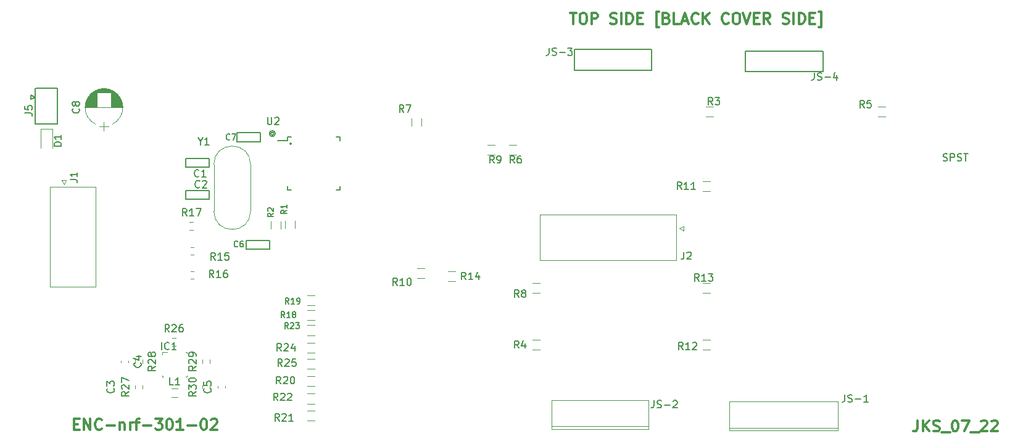
<source format=gbr>
%TF.GenerationSoftware,KiCad,Pcbnew,(5.1.10)-1*%
%TF.CreationDate,2022-09-03T16:46:32+05:30*%
%TF.ProjectId,ENC-nrf-301-02-REV05,454e432d-6e72-4662-9d33-30312d30322d,rev?*%
%TF.SameCoordinates,Original*%
%TF.FileFunction,Legend,Top*%
%TF.FilePolarity,Positive*%
%FSLAX46Y46*%
G04 Gerber Fmt 4.6, Leading zero omitted, Abs format (unit mm)*
G04 Created by KiCad (PCBNEW (5.1.10)-1) date 2022-09-03 16:46:32*
%MOMM*%
%LPD*%
G01*
G04 APERTURE LIST*
%ADD10C,0.200000*%
%ADD11C,0.300000*%
%ADD12C,0.120000*%
%ADD13C,0.150000*%
G04 APERTURE END LIST*
D10*
X128200000Y-86000000D02*
G75*
G03*
X128200000Y-86000000I-200000J0D01*
G01*
X128400000Y-86000000D02*
G75*
G03*
X128400000Y-86000000I-400000J0D01*
G01*
D11*
X100814285Y-125892857D02*
X101314285Y-125892857D01*
X101528571Y-126678571D02*
X100814285Y-126678571D01*
X100814285Y-125178571D01*
X101528571Y-125178571D01*
X102171428Y-126678571D02*
X102171428Y-125178571D01*
X103028571Y-126678571D01*
X103028571Y-125178571D01*
X104600000Y-126535714D02*
X104528571Y-126607142D01*
X104314285Y-126678571D01*
X104171428Y-126678571D01*
X103957142Y-126607142D01*
X103814285Y-126464285D01*
X103742857Y-126321428D01*
X103671428Y-126035714D01*
X103671428Y-125821428D01*
X103742857Y-125535714D01*
X103814285Y-125392857D01*
X103957142Y-125250000D01*
X104171428Y-125178571D01*
X104314285Y-125178571D01*
X104528571Y-125250000D01*
X104600000Y-125321428D01*
X105242857Y-126107142D02*
X106385714Y-126107142D01*
X107100000Y-125678571D02*
X107100000Y-126678571D01*
X107100000Y-125821428D02*
X107171428Y-125750000D01*
X107314285Y-125678571D01*
X107528571Y-125678571D01*
X107671428Y-125750000D01*
X107742857Y-125892857D01*
X107742857Y-126678571D01*
X108457142Y-126678571D02*
X108457142Y-125678571D01*
X108457142Y-125964285D02*
X108528571Y-125821428D01*
X108600000Y-125750000D01*
X108742857Y-125678571D01*
X108885714Y-125678571D01*
X109171428Y-125678571D02*
X109742857Y-125678571D01*
X109385714Y-126678571D02*
X109385714Y-125392857D01*
X109457142Y-125250000D01*
X109600000Y-125178571D01*
X109742857Y-125178571D01*
X110242857Y-126107142D02*
X111385714Y-126107142D01*
X111957142Y-125178571D02*
X112885714Y-125178571D01*
X112385714Y-125750000D01*
X112600000Y-125750000D01*
X112742857Y-125821428D01*
X112814285Y-125892857D01*
X112885714Y-126035714D01*
X112885714Y-126392857D01*
X112814285Y-126535714D01*
X112742857Y-126607142D01*
X112600000Y-126678571D01*
X112171428Y-126678571D01*
X112028571Y-126607142D01*
X111957142Y-126535714D01*
X113814285Y-125178571D02*
X113957142Y-125178571D01*
X114100000Y-125250000D01*
X114171428Y-125321428D01*
X114242857Y-125464285D01*
X114314285Y-125750000D01*
X114314285Y-126107142D01*
X114242857Y-126392857D01*
X114171428Y-126535714D01*
X114100000Y-126607142D01*
X113957142Y-126678571D01*
X113814285Y-126678571D01*
X113671428Y-126607142D01*
X113600000Y-126535714D01*
X113528571Y-126392857D01*
X113457142Y-126107142D01*
X113457142Y-125750000D01*
X113528571Y-125464285D01*
X113600000Y-125321428D01*
X113671428Y-125250000D01*
X113814285Y-125178571D01*
X115742857Y-126678571D02*
X114885714Y-126678571D01*
X115314285Y-126678571D02*
X115314285Y-125178571D01*
X115171428Y-125392857D01*
X115028571Y-125535714D01*
X114885714Y-125607142D01*
X116385714Y-126107142D02*
X117528571Y-126107142D01*
X118528571Y-125178571D02*
X118671428Y-125178571D01*
X118814285Y-125250000D01*
X118885714Y-125321428D01*
X118957142Y-125464285D01*
X119028571Y-125750000D01*
X119028571Y-126107142D01*
X118957142Y-126392857D01*
X118885714Y-126535714D01*
X118814285Y-126607142D01*
X118671428Y-126678571D01*
X118528571Y-126678571D01*
X118385714Y-126607142D01*
X118314285Y-126535714D01*
X118242857Y-126392857D01*
X118171428Y-126107142D01*
X118171428Y-125750000D01*
X118242857Y-125464285D01*
X118314285Y-125321428D01*
X118385714Y-125250000D01*
X118528571Y-125178571D01*
X119600000Y-125321428D02*
X119671428Y-125250000D01*
X119814285Y-125178571D01*
X120171428Y-125178571D01*
X120314285Y-125250000D01*
X120385714Y-125321428D01*
X120457142Y-125464285D01*
X120457142Y-125607142D01*
X120385714Y-125821428D01*
X119528571Y-126678571D01*
X120457142Y-126678571D01*
X216550000Y-125378571D02*
X216550000Y-126450000D01*
X216478571Y-126664285D01*
X216335714Y-126807142D01*
X216121428Y-126878571D01*
X215978571Y-126878571D01*
X217264285Y-126878571D02*
X217264285Y-125378571D01*
X218121428Y-126878571D02*
X217478571Y-126021428D01*
X218121428Y-125378571D02*
X217264285Y-126235714D01*
X218692857Y-126807142D02*
X218907142Y-126878571D01*
X219264285Y-126878571D01*
X219407142Y-126807142D01*
X219478571Y-126735714D01*
X219550000Y-126592857D01*
X219550000Y-126450000D01*
X219478571Y-126307142D01*
X219407142Y-126235714D01*
X219264285Y-126164285D01*
X218978571Y-126092857D01*
X218835714Y-126021428D01*
X218764285Y-125950000D01*
X218692857Y-125807142D01*
X218692857Y-125664285D01*
X218764285Y-125521428D01*
X218835714Y-125450000D01*
X218978571Y-125378571D01*
X219335714Y-125378571D01*
X219550000Y-125450000D01*
X219835714Y-127021428D02*
X220978571Y-127021428D01*
X221621428Y-125378571D02*
X221764285Y-125378571D01*
X221907142Y-125450000D01*
X221978571Y-125521428D01*
X222050000Y-125664285D01*
X222121428Y-125950000D01*
X222121428Y-126307142D01*
X222050000Y-126592857D01*
X221978571Y-126735714D01*
X221907142Y-126807142D01*
X221764285Y-126878571D01*
X221621428Y-126878571D01*
X221478571Y-126807142D01*
X221407142Y-126735714D01*
X221335714Y-126592857D01*
X221264285Y-126307142D01*
X221264285Y-125950000D01*
X221335714Y-125664285D01*
X221407142Y-125521428D01*
X221478571Y-125450000D01*
X221621428Y-125378571D01*
X222621428Y-125378571D02*
X223621428Y-125378571D01*
X222978571Y-126878571D01*
X223835714Y-127021428D02*
X224978571Y-127021428D01*
X225264285Y-125521428D02*
X225335714Y-125450000D01*
X225478571Y-125378571D01*
X225835714Y-125378571D01*
X225978571Y-125450000D01*
X226050000Y-125521428D01*
X226121428Y-125664285D01*
X226121428Y-125807142D01*
X226050000Y-126021428D01*
X225192857Y-126878571D01*
X226121428Y-126878571D01*
X226692857Y-125521428D02*
X226764285Y-125450000D01*
X226907142Y-125378571D01*
X227264285Y-125378571D01*
X227407142Y-125450000D01*
X227478571Y-125521428D01*
X227550000Y-125664285D01*
X227550000Y-125807142D01*
X227478571Y-126021428D01*
X226621428Y-126878571D01*
X227550000Y-126878571D01*
D10*
X130641421Y-87400000D02*
G75*
G03*
X130641421Y-87400000I-141421J0D01*
G01*
D11*
X168892857Y-69428571D02*
X169750000Y-69428571D01*
X169321428Y-70928571D02*
X169321428Y-69428571D01*
X170535714Y-69428571D02*
X170821428Y-69428571D01*
X170964285Y-69500000D01*
X171107142Y-69642857D01*
X171178571Y-69928571D01*
X171178571Y-70428571D01*
X171107142Y-70714285D01*
X170964285Y-70857142D01*
X170821428Y-70928571D01*
X170535714Y-70928571D01*
X170392857Y-70857142D01*
X170250000Y-70714285D01*
X170178571Y-70428571D01*
X170178571Y-69928571D01*
X170250000Y-69642857D01*
X170392857Y-69500000D01*
X170535714Y-69428571D01*
X171821428Y-70928571D02*
X171821428Y-69428571D01*
X172392857Y-69428571D01*
X172535714Y-69500000D01*
X172607142Y-69571428D01*
X172678571Y-69714285D01*
X172678571Y-69928571D01*
X172607142Y-70071428D01*
X172535714Y-70142857D01*
X172392857Y-70214285D01*
X171821428Y-70214285D01*
X174392857Y-70857142D02*
X174607142Y-70928571D01*
X174964285Y-70928571D01*
X175107142Y-70857142D01*
X175178571Y-70785714D01*
X175250000Y-70642857D01*
X175250000Y-70500000D01*
X175178571Y-70357142D01*
X175107142Y-70285714D01*
X174964285Y-70214285D01*
X174678571Y-70142857D01*
X174535714Y-70071428D01*
X174464285Y-70000000D01*
X174392857Y-69857142D01*
X174392857Y-69714285D01*
X174464285Y-69571428D01*
X174535714Y-69500000D01*
X174678571Y-69428571D01*
X175035714Y-69428571D01*
X175250000Y-69500000D01*
X175892857Y-70928571D02*
X175892857Y-69428571D01*
X176607142Y-70928571D02*
X176607142Y-69428571D01*
X176964285Y-69428571D01*
X177178571Y-69500000D01*
X177321428Y-69642857D01*
X177392857Y-69785714D01*
X177464285Y-70071428D01*
X177464285Y-70285714D01*
X177392857Y-70571428D01*
X177321428Y-70714285D01*
X177178571Y-70857142D01*
X176964285Y-70928571D01*
X176607142Y-70928571D01*
X178107142Y-70142857D02*
X178607142Y-70142857D01*
X178821428Y-70928571D02*
X178107142Y-70928571D01*
X178107142Y-69428571D01*
X178821428Y-69428571D01*
X181035714Y-71428571D02*
X180678571Y-71428571D01*
X180678571Y-69285714D01*
X181035714Y-69285714D01*
X182107142Y-70142857D02*
X182321428Y-70214285D01*
X182392857Y-70285714D01*
X182464285Y-70428571D01*
X182464285Y-70642857D01*
X182392857Y-70785714D01*
X182321428Y-70857142D01*
X182178571Y-70928571D01*
X181607142Y-70928571D01*
X181607142Y-69428571D01*
X182107142Y-69428571D01*
X182250000Y-69500000D01*
X182321428Y-69571428D01*
X182392857Y-69714285D01*
X182392857Y-69857142D01*
X182321428Y-70000000D01*
X182250000Y-70071428D01*
X182107142Y-70142857D01*
X181607142Y-70142857D01*
X183821428Y-70928571D02*
X183107142Y-70928571D01*
X183107142Y-69428571D01*
X184250000Y-70500000D02*
X184964285Y-70500000D01*
X184107142Y-70928571D02*
X184607142Y-69428571D01*
X185107142Y-70928571D01*
X186464285Y-70785714D02*
X186392857Y-70857142D01*
X186178571Y-70928571D01*
X186035714Y-70928571D01*
X185821428Y-70857142D01*
X185678571Y-70714285D01*
X185607142Y-70571428D01*
X185535714Y-70285714D01*
X185535714Y-70071428D01*
X185607142Y-69785714D01*
X185678571Y-69642857D01*
X185821428Y-69500000D01*
X186035714Y-69428571D01*
X186178571Y-69428571D01*
X186392857Y-69500000D01*
X186464285Y-69571428D01*
X187107142Y-70928571D02*
X187107142Y-69428571D01*
X187964285Y-70928571D02*
X187321428Y-70071428D01*
X187964285Y-69428571D02*
X187107142Y-70285714D01*
X190607142Y-70785714D02*
X190535714Y-70857142D01*
X190321428Y-70928571D01*
X190178571Y-70928571D01*
X189964285Y-70857142D01*
X189821428Y-70714285D01*
X189750000Y-70571428D01*
X189678571Y-70285714D01*
X189678571Y-70071428D01*
X189750000Y-69785714D01*
X189821428Y-69642857D01*
X189964285Y-69500000D01*
X190178571Y-69428571D01*
X190321428Y-69428571D01*
X190535714Y-69500000D01*
X190607142Y-69571428D01*
X191535714Y-69428571D02*
X191821428Y-69428571D01*
X191964285Y-69500000D01*
X192107142Y-69642857D01*
X192178571Y-69928571D01*
X192178571Y-70428571D01*
X192107142Y-70714285D01*
X191964285Y-70857142D01*
X191821428Y-70928571D01*
X191535714Y-70928571D01*
X191392857Y-70857142D01*
X191250000Y-70714285D01*
X191178571Y-70428571D01*
X191178571Y-69928571D01*
X191250000Y-69642857D01*
X191392857Y-69500000D01*
X191535714Y-69428571D01*
X192607142Y-69428571D02*
X193107142Y-70928571D01*
X193607142Y-69428571D01*
X194107142Y-70142857D02*
X194607142Y-70142857D01*
X194821428Y-70928571D02*
X194107142Y-70928571D01*
X194107142Y-69428571D01*
X194821428Y-69428571D01*
X196321428Y-70928571D02*
X195821428Y-70214285D01*
X195464285Y-70928571D02*
X195464285Y-69428571D01*
X196035714Y-69428571D01*
X196178571Y-69500000D01*
X196250000Y-69571428D01*
X196321428Y-69714285D01*
X196321428Y-69928571D01*
X196250000Y-70071428D01*
X196178571Y-70142857D01*
X196035714Y-70214285D01*
X195464285Y-70214285D01*
X198035714Y-70857142D02*
X198250000Y-70928571D01*
X198607142Y-70928571D01*
X198750000Y-70857142D01*
X198821428Y-70785714D01*
X198892857Y-70642857D01*
X198892857Y-70500000D01*
X198821428Y-70357142D01*
X198750000Y-70285714D01*
X198607142Y-70214285D01*
X198321428Y-70142857D01*
X198178571Y-70071428D01*
X198107142Y-70000000D01*
X198035714Y-69857142D01*
X198035714Y-69714285D01*
X198107142Y-69571428D01*
X198178571Y-69500000D01*
X198321428Y-69428571D01*
X198678571Y-69428571D01*
X198892857Y-69500000D01*
X199535714Y-70928571D02*
X199535714Y-69428571D01*
X200250000Y-70928571D02*
X200250000Y-69428571D01*
X200607142Y-69428571D01*
X200821428Y-69500000D01*
X200964285Y-69642857D01*
X201035714Y-69785714D01*
X201107142Y-70071428D01*
X201107142Y-70285714D01*
X201035714Y-70571428D01*
X200964285Y-70714285D01*
X200821428Y-70857142D01*
X200607142Y-70928571D01*
X200250000Y-70928571D01*
X201750000Y-70142857D02*
X202250000Y-70142857D01*
X202464285Y-70928571D02*
X201750000Y-70928571D01*
X201750000Y-69428571D01*
X202464285Y-69428571D01*
X202964285Y-71428571D02*
X203321428Y-71428571D01*
X203321428Y-69285714D01*
X202964285Y-69285714D01*
D12*
%TO.C,R16*%
X116762742Y-104877500D02*
X117237258Y-104877500D01*
X116762742Y-105922500D02*
X117237258Y-105922500D01*
%TO.C,R15*%
X116762742Y-101577500D02*
X117237258Y-101577500D01*
X116762742Y-102622500D02*
X117237258Y-102622500D01*
%TO.C,R17*%
X116662742Y-98177500D02*
X117137258Y-98177500D01*
X116662742Y-99222500D02*
X117137258Y-99222500D01*
%TO.C,R30*%
X118377500Y-121037258D02*
X118377500Y-120562742D01*
X119422500Y-121037258D02*
X119422500Y-120562742D01*
%TO.C,R28*%
X110222500Y-117062742D02*
X110222500Y-117537258D01*
X109177500Y-117062742D02*
X109177500Y-117537258D01*
%TO.C,R29*%
X118377500Y-117537258D02*
X118377500Y-117062742D01*
X119422500Y-117537258D02*
X119422500Y-117062742D01*
%TO.C,R27*%
X109177500Y-121037258D02*
X109177500Y-120562742D01*
X110222500Y-121037258D02*
X110222500Y-120562742D01*
%TO.C,C5*%
X120490000Y-120940580D02*
X120490000Y-120659420D01*
X121510000Y-120940580D02*
X121510000Y-120659420D01*
%TO.C,R26*%
X114262742Y-114077500D02*
X114737258Y-114077500D01*
X114262742Y-115122500D02*
X114737258Y-115122500D01*
%TO.C,C4*%
X108210000Y-117159420D02*
X108210000Y-117440580D01*
X107190000Y-117159420D02*
X107190000Y-117440580D01*
%TO.C,C3*%
X107190000Y-120940580D02*
X107190000Y-120659420D01*
X108210000Y-120940580D02*
X108210000Y-120659420D01*
%TO.C,IC1*%
X112880001Y-119400005D02*
X113080000Y-119400005D01*
X112880001Y-119400005D02*
X112880001Y-119200005D01*
X116080000Y-119400005D02*
X116279999Y-119400005D01*
X116279999Y-119400005D02*
X116279999Y-119200005D01*
X116279999Y-116200001D02*
X116279999Y-116000001D01*
X116080000Y-116000001D02*
X116279999Y-116000001D01*
X112880001Y-116310003D02*
X112880001Y-116000001D01*
X112880001Y-116000001D02*
X113615001Y-116000001D01*
%TO.C,R7*%
X147120000Y-84900000D02*
X147120000Y-83900000D01*
X148480000Y-83900000D02*
X148480000Y-84900000D01*
%TO.C,J1*%
X97500000Y-107050000D02*
X97500000Y-105500000D01*
X103790000Y-107050000D02*
X103790000Y-93330000D01*
X103790000Y-93330000D02*
X97510000Y-93330000D01*
X97510000Y-93330000D02*
X97510000Y-106200000D01*
X103790000Y-107070000D02*
X97510000Y-107070000D01*
X99400000Y-92980000D02*
X99100000Y-92380000D01*
X99100000Y-92380000D02*
X99700000Y-92380000D01*
X99700000Y-92380000D02*
X99400000Y-92980000D01*
D13*
%TO.C,C6*%
X124800000Y-100650000D02*
X124400000Y-100650000D01*
X124800000Y-101850000D02*
X124400000Y-101850000D01*
X127600000Y-101850000D02*
X124800000Y-101850000D01*
X124400000Y-101850000D02*
X124400000Y-100650000D01*
X124800000Y-100650000D02*
X127600000Y-100650000D01*
X127600000Y-100650000D02*
X127600000Y-101850000D01*
%TO.C,C7*%
X123550000Y-85900000D02*
X123150000Y-85900000D01*
X123550000Y-87100000D02*
X123150000Y-87100000D01*
X126350000Y-87100000D02*
X123550000Y-87100000D01*
X123150000Y-87100000D02*
X123150000Y-85900000D01*
X123550000Y-85900000D02*
X126350000Y-85900000D01*
X126350000Y-85900000D02*
X126350000Y-87100000D01*
D12*
%TO.C,Y1*%
X125025000Y-90240000D02*
X125025000Y-96640000D01*
X119975000Y-90240000D02*
X119975000Y-96640000D01*
X119975000Y-90240000D02*
G75*
G02*
X125025000Y-90240000I2525000J0D01*
G01*
X119975000Y-96640000D02*
G75*
G03*
X125025000Y-96640000I2525000J0D01*
G01*
%TO.C,J2*%
X176900000Y-97100000D02*
X171300000Y-97100000D01*
X174100000Y-103390000D02*
X183470000Y-103390000D01*
X183470000Y-103390000D02*
X183470000Y-97110000D01*
X183470000Y-97110000D02*
X176850000Y-97110000D01*
X174100000Y-103390000D02*
X164730000Y-103390000D01*
X164730000Y-103390000D02*
X164730000Y-97110000D01*
X164730000Y-97110000D02*
X171350000Y-97110000D01*
X183820000Y-99000000D02*
X184420000Y-98700000D01*
X184420000Y-98700000D02*
X184420000Y-99300000D01*
X184420000Y-99300000D02*
X183820000Y-99000000D01*
%TO.C,R8*%
X163700000Y-106520000D02*
X164700000Y-106520000D01*
X164700000Y-107880000D02*
X163700000Y-107880000D01*
%TO.C,R9*%
X157500000Y-87520000D02*
X158500000Y-87520000D01*
X158500000Y-88880000D02*
X157500000Y-88880000D01*
%TO.C,R10*%
X147900000Y-104520000D02*
X148900000Y-104520000D01*
X148900000Y-105880000D02*
X147900000Y-105880000D01*
%TO.C,R11*%
X187100000Y-92520000D02*
X188100000Y-92520000D01*
X188100000Y-93880000D02*
X187100000Y-93880000D01*
%TO.C,R12*%
X187100000Y-114320000D02*
X188100000Y-114320000D01*
X188100000Y-115680000D02*
X187100000Y-115680000D01*
%TO.C,R13*%
X187100000Y-106520000D02*
X188100000Y-106520000D01*
X188100000Y-107880000D02*
X187100000Y-107880000D01*
%TO.C,R14*%
X153100000Y-106280000D02*
X152100000Y-106280000D01*
X152100000Y-104920000D02*
X153100000Y-104920000D01*
%TO.C,R18*%
X133800000Y-111580000D02*
X132800000Y-111580000D01*
X132800000Y-110220000D02*
X133800000Y-110220000D01*
%TO.C,R19*%
X133800000Y-109580000D02*
X132800000Y-109580000D01*
X132800000Y-108220000D02*
X133800000Y-108220000D01*
%TO.C,R20*%
X133800000Y-120680000D02*
X132800000Y-120680000D01*
X132800000Y-119320000D02*
X133800000Y-119320000D01*
%TO.C,R21*%
X133800000Y-125380000D02*
X132800000Y-125380000D01*
X132800000Y-124020000D02*
X133800000Y-124020000D01*
%TO.C,R22*%
X133800000Y-123080000D02*
X132800000Y-123080000D01*
X132800000Y-121720000D02*
X133800000Y-121720000D01*
%TO.C,R23*%
X133800000Y-113680000D02*
X132800000Y-113680000D01*
X132800000Y-112320000D02*
X133800000Y-112320000D01*
%TO.C,R24*%
X133800000Y-116080000D02*
X132800000Y-116080000D01*
X132800000Y-114720000D02*
X133800000Y-114720000D01*
%TO.C,R25*%
X133800000Y-118280000D02*
X132800000Y-118280000D01*
X132800000Y-116920000D02*
X133800000Y-116920000D01*
D13*
%TO.C,U2*%
X130075000Y-86475000D02*
X130075000Y-86925000D01*
X137325000Y-86475000D02*
X137325000Y-87000000D01*
X137325000Y-93725000D02*
X137325000Y-93200000D01*
X130075000Y-93725000D02*
X130075000Y-93200000D01*
X130075000Y-86475000D02*
X130600000Y-86475000D01*
X130075000Y-93725000D02*
X130600000Y-93725000D01*
X137325000Y-93725000D02*
X136800000Y-93725000D01*
X137325000Y-86475000D02*
X136800000Y-86475000D01*
X130075000Y-86925000D02*
X128700000Y-86925000D01*
%TO.C,C1*%
X116500000Y-89400000D02*
X116100000Y-89400000D01*
X116500000Y-90600000D02*
X116100000Y-90600000D01*
X119300000Y-90600000D02*
X116500000Y-90600000D01*
X116100000Y-90600000D02*
X116100000Y-89400000D01*
X116500000Y-89400000D02*
X119300000Y-89400000D01*
X119300000Y-89400000D02*
X119300000Y-90600000D01*
%TO.C,C2*%
X116500000Y-93800000D02*
X116100000Y-93800000D01*
X116500000Y-95000000D02*
X116100000Y-95000000D01*
X119300000Y-95000000D02*
X116500000Y-95000000D01*
X116100000Y-95000000D02*
X116100000Y-93800000D01*
X116500000Y-93800000D02*
X119300000Y-93800000D01*
X119300000Y-93800000D02*
X119300000Y-95000000D01*
D12*
%TO.C,D1*%
X97800000Y-85400000D02*
X96200000Y-85400000D01*
X96200000Y-85400000D02*
X96200000Y-88000000D01*
X97800000Y-85400000D02*
X97800000Y-88000000D01*
D13*
%TO.C,J5*%
X97750000Y-79800000D02*
X98500000Y-79800000D01*
X97750000Y-84700000D02*
X98500000Y-84700000D01*
X97750000Y-79800000D02*
X95550000Y-79800000D01*
X95550000Y-84700000D02*
X97750000Y-84700000D01*
X95500000Y-79800000D02*
X95500000Y-84700000D01*
X98500000Y-79800000D02*
X98500000Y-84700000D01*
X95500000Y-81000000D02*
X94900000Y-80700000D01*
X94900000Y-80700000D02*
X94900000Y-81300000D01*
X94900000Y-81300000D02*
X95500000Y-81000000D01*
D12*
%TO.C,R1*%
X131080000Y-98000000D02*
X131080000Y-99000000D01*
X129720000Y-99000000D02*
X129720000Y-98000000D01*
%TO.C,R2*%
X129180000Y-98100000D02*
X129180000Y-99100000D01*
X127820000Y-99100000D02*
X127820000Y-98100000D01*
%TO.C,R3*%
X187500000Y-82320000D02*
X188500000Y-82320000D01*
X188500000Y-83680000D02*
X187500000Y-83680000D01*
%TO.C,R4*%
X163700000Y-114320000D02*
X164700000Y-114320000D01*
X164700000Y-115680000D02*
X163700000Y-115680000D01*
%TO.C,R5*%
X211100000Y-82320000D02*
X212100000Y-82320000D01*
X212100000Y-83680000D02*
X211100000Y-83680000D01*
%TO.C,R6*%
X161500000Y-88880000D02*
X160500000Y-88880000D01*
X160500000Y-87520000D02*
X161500000Y-87520000D01*
%TO.C,C8*%
X102350000Y-82400000D02*
X107450000Y-82400000D01*
X102350000Y-82360000D02*
X103920000Y-82360000D01*
X105880000Y-82360000D02*
X107450000Y-82360000D01*
X102351000Y-82320000D02*
X103920000Y-82320000D01*
X105880000Y-82320000D02*
X107449000Y-82320000D01*
X102352000Y-82280000D02*
X103920000Y-82280000D01*
X105880000Y-82280000D02*
X107448000Y-82280000D01*
X102354000Y-82240000D02*
X103920000Y-82240000D01*
X105880000Y-82240000D02*
X107446000Y-82240000D01*
X102357000Y-82200000D02*
X103920000Y-82200000D01*
X105880000Y-82200000D02*
X107443000Y-82200000D01*
X102361000Y-82160000D02*
X103920000Y-82160000D01*
X105880000Y-82160000D02*
X107439000Y-82160000D01*
X102365000Y-82120000D02*
X103920000Y-82120000D01*
X105880000Y-82120000D02*
X107435000Y-82120000D01*
X102369000Y-82080000D02*
X103920000Y-82080000D01*
X105880000Y-82080000D02*
X107431000Y-82080000D01*
X102375000Y-82040000D02*
X103920000Y-82040000D01*
X105880000Y-82040000D02*
X107425000Y-82040000D01*
X102381000Y-82000000D02*
X103920000Y-82000000D01*
X105880000Y-82000000D02*
X107419000Y-82000000D01*
X102387000Y-81960000D02*
X103920000Y-81960000D01*
X105880000Y-81960000D02*
X107413000Y-81960000D01*
X102394000Y-81920000D02*
X103920000Y-81920000D01*
X105880000Y-81920000D02*
X107406000Y-81920000D01*
X102402000Y-81880000D02*
X103920000Y-81880000D01*
X105880000Y-81880000D02*
X107398000Y-81880000D01*
X102411000Y-81840000D02*
X103920000Y-81840000D01*
X105880000Y-81840000D02*
X107389000Y-81840000D01*
X102420000Y-81800000D02*
X103920000Y-81800000D01*
X105880000Y-81800000D02*
X107380000Y-81800000D01*
X102430000Y-81760000D02*
X103920000Y-81760000D01*
X105880000Y-81760000D02*
X107370000Y-81760000D01*
X102440000Y-81720000D02*
X103920000Y-81720000D01*
X105880000Y-81720000D02*
X107360000Y-81720000D01*
X102452000Y-81679000D02*
X103920000Y-81679000D01*
X105880000Y-81679000D02*
X107348000Y-81679000D01*
X102464000Y-81639000D02*
X103920000Y-81639000D01*
X105880000Y-81639000D02*
X107336000Y-81639000D01*
X102476000Y-81599000D02*
X103920000Y-81599000D01*
X105880000Y-81599000D02*
X107324000Y-81599000D01*
X102490000Y-81559000D02*
X103920000Y-81559000D01*
X105880000Y-81559000D02*
X107310000Y-81559000D01*
X102504000Y-81519000D02*
X103920000Y-81519000D01*
X105880000Y-81519000D02*
X107296000Y-81519000D01*
X102518000Y-81479000D02*
X103920000Y-81479000D01*
X105880000Y-81479000D02*
X107282000Y-81479000D01*
X102534000Y-81439000D02*
X103920000Y-81439000D01*
X105880000Y-81439000D02*
X107266000Y-81439000D01*
X102550000Y-81399000D02*
X103920000Y-81399000D01*
X105880000Y-81399000D02*
X107250000Y-81399000D01*
X102567000Y-81359000D02*
X103920000Y-81359000D01*
X105880000Y-81359000D02*
X107233000Y-81359000D01*
X102585000Y-81319000D02*
X103920000Y-81319000D01*
X105880000Y-81319000D02*
X107215000Y-81319000D01*
X102604000Y-81279000D02*
X103920000Y-81279000D01*
X105880000Y-81279000D02*
X107196000Y-81279000D01*
X102624000Y-81239000D02*
X103920000Y-81239000D01*
X105880000Y-81239000D02*
X107176000Y-81239000D01*
X102644000Y-81199000D02*
X103920000Y-81199000D01*
X105880000Y-81199000D02*
X107156000Y-81199000D01*
X102666000Y-81159000D02*
X103920000Y-81159000D01*
X105880000Y-81159000D02*
X107134000Y-81159000D01*
X102688000Y-81119000D02*
X103920000Y-81119000D01*
X105880000Y-81119000D02*
X107112000Y-81119000D01*
X102711000Y-81079000D02*
X103920000Y-81079000D01*
X105880000Y-81079000D02*
X107089000Y-81079000D01*
X102735000Y-81039000D02*
X103920000Y-81039000D01*
X105880000Y-81039000D02*
X107065000Y-81039000D01*
X102760000Y-80999000D02*
X103920000Y-80999000D01*
X105880000Y-80999000D02*
X107040000Y-80999000D01*
X102787000Y-80959000D02*
X103920000Y-80959000D01*
X105880000Y-80959000D02*
X107013000Y-80959000D01*
X102814000Y-80919000D02*
X103920000Y-80919000D01*
X105880000Y-80919000D02*
X106986000Y-80919000D01*
X102842000Y-80879000D02*
X103920000Y-80879000D01*
X105880000Y-80879000D02*
X106958000Y-80879000D01*
X102872000Y-80839000D02*
X103920000Y-80839000D01*
X105880000Y-80839000D02*
X106928000Y-80839000D01*
X102903000Y-80799000D02*
X103920000Y-80799000D01*
X105880000Y-80799000D02*
X106897000Y-80799000D01*
X102935000Y-80759000D02*
X103920000Y-80759000D01*
X105880000Y-80759000D02*
X106865000Y-80759000D01*
X102968000Y-80719000D02*
X103920000Y-80719000D01*
X105880000Y-80719000D02*
X106832000Y-80719000D01*
X103003000Y-80679000D02*
X103920000Y-80679000D01*
X105880000Y-80679000D02*
X106797000Y-80679000D01*
X103039000Y-80639000D02*
X103920000Y-80639000D01*
X105880000Y-80639000D02*
X106761000Y-80639000D01*
X103077000Y-80599000D02*
X103920000Y-80599000D01*
X105880000Y-80599000D02*
X106723000Y-80599000D01*
X103117000Y-80559000D02*
X103920000Y-80559000D01*
X105880000Y-80559000D02*
X106683000Y-80559000D01*
X103158000Y-80519000D02*
X103920000Y-80519000D01*
X105880000Y-80519000D02*
X106642000Y-80519000D01*
X103201000Y-80479000D02*
X103920000Y-80479000D01*
X105880000Y-80479000D02*
X106599000Y-80479000D01*
X103246000Y-80439000D02*
X103920000Y-80439000D01*
X105880000Y-80439000D02*
X106554000Y-80439000D01*
X103294000Y-80399000D02*
X106506000Y-80399000D01*
X103344000Y-80359000D02*
X106456000Y-80359000D01*
X103396000Y-80319000D02*
X106404000Y-80319000D01*
X103452000Y-80279000D02*
X106348000Y-80279000D01*
X103510000Y-80239000D02*
X106290000Y-80239000D01*
X103573000Y-80199000D02*
X106227000Y-80199000D01*
X103639000Y-80159000D02*
X106161000Y-80159000D01*
X103711000Y-80119000D02*
X106089000Y-80119000D01*
X103788000Y-80079000D02*
X106012000Y-80079000D01*
X103872000Y-80039000D02*
X105928000Y-80039000D01*
X103966000Y-79999000D02*
X105834000Y-79999000D01*
X104071000Y-79959000D02*
X105729000Y-79959000D01*
X104193000Y-79919000D02*
X105607000Y-79919000D01*
X104341000Y-79879000D02*
X105459000Y-79879000D01*
X104546000Y-79839000D02*
X105254000Y-79839000D01*
X104900000Y-85600000D02*
X104900000Y-84400000D01*
X104250000Y-85000000D02*
X105550000Y-85000000D01*
X103720277Y-80094278D02*
G75*
G03*
X103720000Y-84705580I1179723J-2305722D01*
G01*
X106079723Y-80094278D02*
G75*
G02*
X106080000Y-84705580I-1179723J-2305722D01*
G01*
X106079723Y-80094278D02*
G75*
G03*
X103720000Y-80094420I-1179723J-2305722D01*
G01*
%TO.C,JS-1*%
X205600000Y-126400000D02*
X205600000Y-126800000D01*
X205600000Y-126800000D02*
X190700000Y-126800000D01*
X190700000Y-126800000D02*
X190700000Y-126400000D01*
X205600000Y-124800000D02*
X205600000Y-126400000D01*
X205600000Y-126400000D02*
X190700000Y-126400000D01*
X190700000Y-126400000D02*
X190700000Y-122800000D01*
X190700000Y-122800000D02*
X205600000Y-122800000D01*
X205600000Y-122800000D02*
X205600000Y-124800000D01*
%TO.C,JS-2*%
X179600000Y-126200000D02*
X179600000Y-126600000D01*
X179600000Y-126600000D02*
X166350000Y-126600000D01*
X166350000Y-126600000D02*
X166350000Y-126200000D01*
X179600000Y-124600000D02*
X179600000Y-126200000D01*
X179600000Y-126200000D02*
X166350000Y-126200000D01*
X166350000Y-126200000D02*
X166350000Y-122600000D01*
X166350000Y-122600000D02*
X179600000Y-122600000D01*
X179600000Y-122600000D02*
X179600000Y-124600000D01*
D13*
%TO.C,JS-3*%
X169450000Y-76000000D02*
X169450000Y-74475000D01*
X169450000Y-74475000D02*
X169725000Y-74475000D01*
X171000000Y-77300000D02*
X180075000Y-77275000D01*
X180075000Y-77275000D02*
X180075000Y-74500000D01*
X180075000Y-74500000D02*
X180075000Y-74475000D01*
X180075000Y-74475000D02*
X179800000Y-74475000D01*
X169450000Y-77300000D02*
X171000000Y-77300000D01*
X169450000Y-76000000D02*
X169450000Y-77300000D01*
X172270000Y-74476000D02*
X174810000Y-74476000D01*
X169730000Y-74476000D02*
X172270000Y-74476000D01*
X177350000Y-74476000D02*
X179890000Y-74476000D01*
X174810000Y-74476000D02*
X177350000Y-74476000D01*
%TO.C,JS-4*%
X203550000Y-76000000D02*
X203550000Y-77525000D01*
X203550000Y-77525000D02*
X203275000Y-77525000D01*
X202000000Y-74700000D02*
X192925000Y-74725000D01*
X192925000Y-74725000D02*
X192925000Y-77500000D01*
X192925000Y-77500000D02*
X192925000Y-77525000D01*
X192925000Y-77525000D02*
X193200000Y-77525000D01*
X203550000Y-74700000D02*
X202000000Y-74700000D01*
X203550000Y-76000000D02*
X203550000Y-74700000D01*
X200730000Y-77524000D02*
X198190000Y-77524000D01*
X203270000Y-77524000D02*
X200730000Y-77524000D01*
X195650000Y-77524000D02*
X193110000Y-77524000D01*
X198190000Y-77524000D02*
X195650000Y-77524000D01*
D12*
%TO.C,L1*%
X114200378Y-122160000D02*
X114999622Y-122160000D01*
X114200378Y-121040000D02*
X114999622Y-121040000D01*
%TO.C,R16*%
D13*
X119957142Y-105752380D02*
X119623809Y-105276190D01*
X119385714Y-105752380D02*
X119385714Y-104752380D01*
X119766666Y-104752380D01*
X119861904Y-104800000D01*
X119909523Y-104847619D01*
X119957142Y-104942857D01*
X119957142Y-105085714D01*
X119909523Y-105180952D01*
X119861904Y-105228571D01*
X119766666Y-105276190D01*
X119385714Y-105276190D01*
X120909523Y-105752380D02*
X120338095Y-105752380D01*
X120623809Y-105752380D02*
X120623809Y-104752380D01*
X120528571Y-104895238D01*
X120433333Y-104990476D01*
X120338095Y-105038095D01*
X121766666Y-104752380D02*
X121576190Y-104752380D01*
X121480952Y-104800000D01*
X121433333Y-104847619D01*
X121338095Y-104990476D01*
X121290476Y-105180952D01*
X121290476Y-105561904D01*
X121338095Y-105657142D01*
X121385714Y-105704761D01*
X121480952Y-105752380D01*
X121671428Y-105752380D01*
X121766666Y-105704761D01*
X121814285Y-105657142D01*
X121861904Y-105561904D01*
X121861904Y-105323809D01*
X121814285Y-105228571D01*
X121766666Y-105180952D01*
X121671428Y-105133333D01*
X121480952Y-105133333D01*
X121385714Y-105180952D01*
X121338095Y-105228571D01*
X121290476Y-105323809D01*
%TO.C,R15*%
X120157142Y-103352380D02*
X119823809Y-102876190D01*
X119585714Y-103352380D02*
X119585714Y-102352380D01*
X119966666Y-102352380D01*
X120061904Y-102400000D01*
X120109523Y-102447619D01*
X120157142Y-102542857D01*
X120157142Y-102685714D01*
X120109523Y-102780952D01*
X120061904Y-102828571D01*
X119966666Y-102876190D01*
X119585714Y-102876190D01*
X121109523Y-103352380D02*
X120538095Y-103352380D01*
X120823809Y-103352380D02*
X120823809Y-102352380D01*
X120728571Y-102495238D01*
X120633333Y-102590476D01*
X120538095Y-102638095D01*
X122014285Y-102352380D02*
X121538095Y-102352380D01*
X121490476Y-102828571D01*
X121538095Y-102780952D01*
X121633333Y-102733333D01*
X121871428Y-102733333D01*
X121966666Y-102780952D01*
X122014285Y-102828571D01*
X122061904Y-102923809D01*
X122061904Y-103161904D01*
X122014285Y-103257142D01*
X121966666Y-103304761D01*
X121871428Y-103352380D01*
X121633333Y-103352380D01*
X121538095Y-103304761D01*
X121490476Y-103257142D01*
%TO.C,R17*%
X116257142Y-97302380D02*
X115923809Y-96826190D01*
X115685714Y-97302380D02*
X115685714Y-96302380D01*
X116066666Y-96302380D01*
X116161904Y-96350000D01*
X116209523Y-96397619D01*
X116257142Y-96492857D01*
X116257142Y-96635714D01*
X116209523Y-96730952D01*
X116161904Y-96778571D01*
X116066666Y-96826190D01*
X115685714Y-96826190D01*
X117209523Y-97302380D02*
X116638095Y-97302380D01*
X116923809Y-97302380D02*
X116923809Y-96302380D01*
X116828571Y-96445238D01*
X116733333Y-96540476D01*
X116638095Y-96588095D01*
X117542857Y-96302380D02*
X118209523Y-96302380D01*
X117780952Y-97302380D01*
%TO.C,R30*%
X117532380Y-121442857D02*
X117056190Y-121776190D01*
X117532380Y-122014285D02*
X116532380Y-122014285D01*
X116532380Y-121633333D01*
X116580000Y-121538095D01*
X116627619Y-121490476D01*
X116722857Y-121442857D01*
X116865714Y-121442857D01*
X116960952Y-121490476D01*
X117008571Y-121538095D01*
X117056190Y-121633333D01*
X117056190Y-122014285D01*
X116532380Y-121109523D02*
X116532380Y-120490476D01*
X116913333Y-120823809D01*
X116913333Y-120680952D01*
X116960952Y-120585714D01*
X117008571Y-120538095D01*
X117103809Y-120490476D01*
X117341904Y-120490476D01*
X117437142Y-120538095D01*
X117484761Y-120585714D01*
X117532380Y-120680952D01*
X117532380Y-120966666D01*
X117484761Y-121061904D01*
X117437142Y-121109523D01*
X116532380Y-119871428D02*
X116532380Y-119776190D01*
X116580000Y-119680952D01*
X116627619Y-119633333D01*
X116722857Y-119585714D01*
X116913333Y-119538095D01*
X117151428Y-119538095D01*
X117341904Y-119585714D01*
X117437142Y-119633333D01*
X117484761Y-119680952D01*
X117532380Y-119776190D01*
X117532380Y-119871428D01*
X117484761Y-119966666D01*
X117437142Y-120014285D01*
X117341904Y-120061904D01*
X117151428Y-120109523D01*
X116913333Y-120109523D01*
X116722857Y-120061904D01*
X116627619Y-120014285D01*
X116580000Y-119966666D01*
X116532380Y-119871428D01*
%TO.C,R28*%
X111972380Y-117942857D02*
X111496190Y-118276190D01*
X111972380Y-118514285D02*
X110972380Y-118514285D01*
X110972380Y-118133333D01*
X111020000Y-118038095D01*
X111067619Y-117990476D01*
X111162857Y-117942857D01*
X111305714Y-117942857D01*
X111400952Y-117990476D01*
X111448571Y-118038095D01*
X111496190Y-118133333D01*
X111496190Y-118514285D01*
X111067619Y-117561904D02*
X111020000Y-117514285D01*
X110972380Y-117419047D01*
X110972380Y-117180952D01*
X111020000Y-117085714D01*
X111067619Y-117038095D01*
X111162857Y-116990476D01*
X111258095Y-116990476D01*
X111400952Y-117038095D01*
X111972380Y-117609523D01*
X111972380Y-116990476D01*
X111400952Y-116419047D02*
X111353333Y-116514285D01*
X111305714Y-116561904D01*
X111210476Y-116609523D01*
X111162857Y-116609523D01*
X111067619Y-116561904D01*
X111020000Y-116514285D01*
X110972380Y-116419047D01*
X110972380Y-116228571D01*
X111020000Y-116133333D01*
X111067619Y-116085714D01*
X111162857Y-116038095D01*
X111210476Y-116038095D01*
X111305714Y-116085714D01*
X111353333Y-116133333D01*
X111400952Y-116228571D01*
X111400952Y-116419047D01*
X111448571Y-116514285D01*
X111496190Y-116561904D01*
X111591428Y-116609523D01*
X111781904Y-116609523D01*
X111877142Y-116561904D01*
X111924761Y-116514285D01*
X111972380Y-116419047D01*
X111972380Y-116228571D01*
X111924761Y-116133333D01*
X111877142Y-116085714D01*
X111781904Y-116038095D01*
X111591428Y-116038095D01*
X111496190Y-116085714D01*
X111448571Y-116133333D01*
X111400952Y-116228571D01*
%TO.C,R29*%
X117532380Y-117942857D02*
X117056190Y-118276190D01*
X117532380Y-118514285D02*
X116532380Y-118514285D01*
X116532380Y-118133333D01*
X116580000Y-118038095D01*
X116627619Y-117990476D01*
X116722857Y-117942857D01*
X116865714Y-117942857D01*
X116960952Y-117990476D01*
X117008571Y-118038095D01*
X117056190Y-118133333D01*
X117056190Y-118514285D01*
X116627619Y-117561904D02*
X116580000Y-117514285D01*
X116532380Y-117419047D01*
X116532380Y-117180952D01*
X116580000Y-117085714D01*
X116627619Y-117038095D01*
X116722857Y-116990476D01*
X116818095Y-116990476D01*
X116960952Y-117038095D01*
X117532380Y-117609523D01*
X117532380Y-116990476D01*
X117532380Y-116514285D02*
X117532380Y-116323809D01*
X117484761Y-116228571D01*
X117437142Y-116180952D01*
X117294285Y-116085714D01*
X117103809Y-116038095D01*
X116722857Y-116038095D01*
X116627619Y-116085714D01*
X116580000Y-116133333D01*
X116532380Y-116228571D01*
X116532380Y-116419047D01*
X116580000Y-116514285D01*
X116627619Y-116561904D01*
X116722857Y-116609523D01*
X116960952Y-116609523D01*
X117056190Y-116561904D01*
X117103809Y-116514285D01*
X117151428Y-116419047D01*
X117151428Y-116228571D01*
X117103809Y-116133333D01*
X117056190Y-116085714D01*
X116960952Y-116038095D01*
%TO.C,R27*%
X108332380Y-121442857D02*
X107856190Y-121776190D01*
X108332380Y-122014285D02*
X107332380Y-122014285D01*
X107332380Y-121633333D01*
X107380000Y-121538095D01*
X107427619Y-121490476D01*
X107522857Y-121442857D01*
X107665714Y-121442857D01*
X107760952Y-121490476D01*
X107808571Y-121538095D01*
X107856190Y-121633333D01*
X107856190Y-122014285D01*
X107427619Y-121061904D02*
X107380000Y-121014285D01*
X107332380Y-120919047D01*
X107332380Y-120680952D01*
X107380000Y-120585714D01*
X107427619Y-120538095D01*
X107522857Y-120490476D01*
X107618095Y-120490476D01*
X107760952Y-120538095D01*
X108332380Y-121109523D01*
X108332380Y-120490476D01*
X107332380Y-120157142D02*
X107332380Y-119490476D01*
X108332380Y-119919047D01*
%TO.C,C5*%
X119507142Y-120966666D02*
X119554761Y-121014285D01*
X119602380Y-121157142D01*
X119602380Y-121252380D01*
X119554761Y-121395238D01*
X119459523Y-121490476D01*
X119364285Y-121538095D01*
X119173809Y-121585714D01*
X119030952Y-121585714D01*
X118840476Y-121538095D01*
X118745238Y-121490476D01*
X118650000Y-121395238D01*
X118602380Y-121252380D01*
X118602380Y-121157142D01*
X118650000Y-121014285D01*
X118697619Y-120966666D01*
X118602380Y-120061904D02*
X118602380Y-120538095D01*
X119078571Y-120585714D01*
X119030952Y-120538095D01*
X118983333Y-120442857D01*
X118983333Y-120204761D01*
X119030952Y-120109523D01*
X119078571Y-120061904D01*
X119173809Y-120014285D01*
X119411904Y-120014285D01*
X119507142Y-120061904D01*
X119554761Y-120109523D01*
X119602380Y-120204761D01*
X119602380Y-120442857D01*
X119554761Y-120538095D01*
X119507142Y-120585714D01*
%TO.C,R26*%
X113857142Y-113232380D02*
X113523809Y-112756190D01*
X113285714Y-113232380D02*
X113285714Y-112232380D01*
X113666666Y-112232380D01*
X113761904Y-112280000D01*
X113809523Y-112327619D01*
X113857142Y-112422857D01*
X113857142Y-112565714D01*
X113809523Y-112660952D01*
X113761904Y-112708571D01*
X113666666Y-112756190D01*
X113285714Y-112756190D01*
X114238095Y-112327619D02*
X114285714Y-112280000D01*
X114380952Y-112232380D01*
X114619047Y-112232380D01*
X114714285Y-112280000D01*
X114761904Y-112327619D01*
X114809523Y-112422857D01*
X114809523Y-112518095D01*
X114761904Y-112660952D01*
X114190476Y-113232380D01*
X114809523Y-113232380D01*
X115666666Y-112232380D02*
X115476190Y-112232380D01*
X115380952Y-112280000D01*
X115333333Y-112327619D01*
X115238095Y-112470476D01*
X115190476Y-112660952D01*
X115190476Y-113041904D01*
X115238095Y-113137142D01*
X115285714Y-113184761D01*
X115380952Y-113232380D01*
X115571428Y-113232380D01*
X115666666Y-113184761D01*
X115714285Y-113137142D01*
X115761904Y-113041904D01*
X115761904Y-112803809D01*
X115714285Y-112708571D01*
X115666666Y-112660952D01*
X115571428Y-112613333D01*
X115380952Y-112613333D01*
X115285714Y-112660952D01*
X115238095Y-112708571D01*
X115190476Y-112803809D01*
%TO.C,C4*%
X109907142Y-117466666D02*
X109954761Y-117514285D01*
X110002380Y-117657142D01*
X110002380Y-117752380D01*
X109954761Y-117895238D01*
X109859523Y-117990476D01*
X109764285Y-118038095D01*
X109573809Y-118085714D01*
X109430952Y-118085714D01*
X109240476Y-118038095D01*
X109145238Y-117990476D01*
X109050000Y-117895238D01*
X109002380Y-117752380D01*
X109002380Y-117657142D01*
X109050000Y-117514285D01*
X109097619Y-117466666D01*
X109335714Y-116609523D02*
X110002380Y-116609523D01*
X108954761Y-116847619D02*
X109669047Y-117085714D01*
X109669047Y-116466666D01*
%TO.C,C3*%
X106207142Y-120966666D02*
X106254761Y-121014285D01*
X106302380Y-121157142D01*
X106302380Y-121252380D01*
X106254761Y-121395238D01*
X106159523Y-121490476D01*
X106064285Y-121538095D01*
X105873809Y-121585714D01*
X105730952Y-121585714D01*
X105540476Y-121538095D01*
X105445238Y-121490476D01*
X105350000Y-121395238D01*
X105302380Y-121252380D01*
X105302380Y-121157142D01*
X105350000Y-121014285D01*
X105397619Y-120966666D01*
X105302380Y-120633333D02*
X105302380Y-120014285D01*
X105683333Y-120347619D01*
X105683333Y-120204761D01*
X105730952Y-120109523D01*
X105778571Y-120061904D01*
X105873809Y-120014285D01*
X106111904Y-120014285D01*
X106207142Y-120061904D01*
X106254761Y-120109523D01*
X106302380Y-120204761D01*
X106302380Y-120490476D01*
X106254761Y-120585714D01*
X106207142Y-120633333D01*
%TO.C,IC1*%
X112803809Y-115652383D02*
X112803809Y-114652383D01*
X113851428Y-115557145D02*
X113803809Y-115604764D01*
X113660952Y-115652383D01*
X113565714Y-115652383D01*
X113422857Y-115604764D01*
X113327619Y-115509526D01*
X113280000Y-115414288D01*
X113232380Y-115223812D01*
X113232380Y-115080955D01*
X113280000Y-114890479D01*
X113327619Y-114795241D01*
X113422857Y-114700003D01*
X113565714Y-114652383D01*
X113660952Y-114652383D01*
X113803809Y-114700003D01*
X113851428Y-114747622D01*
X114803809Y-115652383D02*
X114232380Y-115652383D01*
X114518095Y-115652383D02*
X114518095Y-114652383D01*
X114422857Y-114795241D01*
X114327619Y-114890479D01*
X114232380Y-114938098D01*
%TO.C,SW6*%
X220057142Y-89704761D02*
X220200000Y-89752380D01*
X220438095Y-89752380D01*
X220533333Y-89704761D01*
X220580952Y-89657142D01*
X220628571Y-89561904D01*
X220628571Y-89466666D01*
X220580952Y-89371428D01*
X220533333Y-89323809D01*
X220438095Y-89276190D01*
X220247619Y-89228571D01*
X220152380Y-89180952D01*
X220104761Y-89133333D01*
X220057142Y-89038095D01*
X220057142Y-88942857D01*
X220104761Y-88847619D01*
X220152380Y-88800000D01*
X220247619Y-88752380D01*
X220485714Y-88752380D01*
X220628571Y-88800000D01*
X221057142Y-89752380D02*
X221057142Y-88752380D01*
X221438095Y-88752380D01*
X221533333Y-88800000D01*
X221580952Y-88847619D01*
X221628571Y-88942857D01*
X221628571Y-89085714D01*
X221580952Y-89180952D01*
X221533333Y-89228571D01*
X221438095Y-89276190D01*
X221057142Y-89276190D01*
X222009523Y-89704761D02*
X222152380Y-89752380D01*
X222390476Y-89752380D01*
X222485714Y-89704761D01*
X222533333Y-89657142D01*
X222580952Y-89561904D01*
X222580952Y-89466666D01*
X222533333Y-89371428D01*
X222485714Y-89323809D01*
X222390476Y-89276190D01*
X222200000Y-89228571D01*
X222104761Y-89180952D01*
X222057142Y-89133333D01*
X222009523Y-89038095D01*
X222009523Y-88942857D01*
X222057142Y-88847619D01*
X222104761Y-88800000D01*
X222200000Y-88752380D01*
X222438095Y-88752380D01*
X222580952Y-88800000D01*
X222866666Y-88752380D02*
X223438095Y-88752380D01*
X223152380Y-89752380D02*
X223152380Y-88752380D01*
%TO.C,*%
%TO.C,R7*%
X146033333Y-83052380D02*
X145700000Y-82576190D01*
X145461904Y-83052380D02*
X145461904Y-82052380D01*
X145842857Y-82052380D01*
X145938095Y-82100000D01*
X145985714Y-82147619D01*
X146033333Y-82242857D01*
X146033333Y-82385714D01*
X145985714Y-82480952D01*
X145938095Y-82528571D01*
X145842857Y-82576190D01*
X145461904Y-82576190D01*
X146366666Y-82052380D02*
X147033333Y-82052380D01*
X146604761Y-83052380D01*
%TO.C,J1*%
X100252380Y-92333333D02*
X100966666Y-92333333D01*
X101109523Y-92380952D01*
X101204761Y-92476190D01*
X101252380Y-92619047D01*
X101252380Y-92714285D01*
X101252380Y-91333333D02*
X101252380Y-91904761D01*
X101252380Y-91619047D02*
X100252380Y-91619047D01*
X100395238Y-91714285D01*
X100490476Y-91809523D01*
X100538095Y-91904761D01*
%TO.C,C6*%
X123266666Y-101485714D02*
X123228571Y-101523809D01*
X123114285Y-101561904D01*
X123038095Y-101561904D01*
X122923809Y-101523809D01*
X122847619Y-101447619D01*
X122809523Y-101371428D01*
X122771428Y-101219047D01*
X122771428Y-101104761D01*
X122809523Y-100952380D01*
X122847619Y-100876190D01*
X122923809Y-100800000D01*
X123038095Y-100761904D01*
X123114285Y-100761904D01*
X123228571Y-100800000D01*
X123266666Y-100838095D01*
X123952380Y-100761904D02*
X123800000Y-100761904D01*
X123723809Y-100800000D01*
X123685714Y-100838095D01*
X123609523Y-100952380D01*
X123571428Y-101104761D01*
X123571428Y-101409523D01*
X123609523Y-101485714D01*
X123647619Y-101523809D01*
X123723809Y-101561904D01*
X123876190Y-101561904D01*
X123952380Y-101523809D01*
X123990476Y-101485714D01*
X124028571Y-101409523D01*
X124028571Y-101219047D01*
X123990476Y-101142857D01*
X123952380Y-101104761D01*
X123876190Y-101066666D01*
X123723809Y-101066666D01*
X123647619Y-101104761D01*
X123609523Y-101142857D01*
X123571428Y-101219047D01*
%TO.C,C7*%
X122166666Y-86785714D02*
X122128571Y-86823809D01*
X122014285Y-86861904D01*
X121938095Y-86861904D01*
X121823809Y-86823809D01*
X121747619Y-86747619D01*
X121709523Y-86671428D01*
X121671428Y-86519047D01*
X121671428Y-86404761D01*
X121709523Y-86252380D01*
X121747619Y-86176190D01*
X121823809Y-86100000D01*
X121938095Y-86061904D01*
X122014285Y-86061904D01*
X122128571Y-86100000D01*
X122166666Y-86138095D01*
X122433333Y-86061904D02*
X122966666Y-86061904D01*
X122623809Y-86861904D01*
%TO.C,Y1*%
X118123809Y-87076190D02*
X118123809Y-87552380D01*
X117790476Y-86552380D02*
X118123809Y-87076190D01*
X118457142Y-86552380D01*
X119314285Y-87552380D02*
X118742857Y-87552380D01*
X119028571Y-87552380D02*
X119028571Y-86552380D01*
X118933333Y-86695238D01*
X118838095Y-86790476D01*
X118742857Y-86838095D01*
%TO.C,*%
%TO.C,J2*%
X184466666Y-102252380D02*
X184466666Y-102966666D01*
X184419047Y-103109523D01*
X184323809Y-103204761D01*
X184180952Y-103252380D01*
X184085714Y-103252380D01*
X184895238Y-102347619D02*
X184942857Y-102300000D01*
X185038095Y-102252380D01*
X185276190Y-102252380D01*
X185371428Y-102300000D01*
X185419047Y-102347619D01*
X185466666Y-102442857D01*
X185466666Y-102538095D01*
X185419047Y-102680952D01*
X184847619Y-103252380D01*
X185466666Y-103252380D01*
%TO.C,R8*%
X161833333Y-108452380D02*
X161500000Y-107976190D01*
X161261904Y-108452380D02*
X161261904Y-107452380D01*
X161642857Y-107452380D01*
X161738095Y-107500000D01*
X161785714Y-107547619D01*
X161833333Y-107642857D01*
X161833333Y-107785714D01*
X161785714Y-107880952D01*
X161738095Y-107928571D01*
X161642857Y-107976190D01*
X161261904Y-107976190D01*
X162404761Y-107880952D02*
X162309523Y-107833333D01*
X162261904Y-107785714D01*
X162214285Y-107690476D01*
X162214285Y-107642857D01*
X162261904Y-107547619D01*
X162309523Y-107500000D01*
X162404761Y-107452380D01*
X162595238Y-107452380D01*
X162690476Y-107500000D01*
X162738095Y-107547619D01*
X162785714Y-107642857D01*
X162785714Y-107690476D01*
X162738095Y-107785714D01*
X162690476Y-107833333D01*
X162595238Y-107880952D01*
X162404761Y-107880952D01*
X162309523Y-107928571D01*
X162261904Y-107976190D01*
X162214285Y-108071428D01*
X162214285Y-108261904D01*
X162261904Y-108357142D01*
X162309523Y-108404761D01*
X162404761Y-108452380D01*
X162595238Y-108452380D01*
X162690476Y-108404761D01*
X162738095Y-108357142D01*
X162785714Y-108261904D01*
X162785714Y-108071428D01*
X162738095Y-107976190D01*
X162690476Y-107928571D01*
X162595238Y-107880952D01*
%TO.C,R9*%
X158433333Y-90052380D02*
X158100000Y-89576190D01*
X157861904Y-90052380D02*
X157861904Y-89052380D01*
X158242857Y-89052380D01*
X158338095Y-89100000D01*
X158385714Y-89147619D01*
X158433333Y-89242857D01*
X158433333Y-89385714D01*
X158385714Y-89480952D01*
X158338095Y-89528571D01*
X158242857Y-89576190D01*
X157861904Y-89576190D01*
X158909523Y-90052380D02*
X159100000Y-90052380D01*
X159195238Y-90004761D01*
X159242857Y-89957142D01*
X159338095Y-89814285D01*
X159385714Y-89623809D01*
X159385714Y-89242857D01*
X159338095Y-89147619D01*
X159290476Y-89100000D01*
X159195238Y-89052380D01*
X159004761Y-89052380D01*
X158909523Y-89100000D01*
X158861904Y-89147619D01*
X158814285Y-89242857D01*
X158814285Y-89480952D01*
X158861904Y-89576190D01*
X158909523Y-89623809D01*
X159004761Y-89671428D01*
X159195238Y-89671428D01*
X159290476Y-89623809D01*
X159338095Y-89576190D01*
X159385714Y-89480952D01*
%TO.C,R10*%
X145157142Y-106852380D02*
X144823809Y-106376190D01*
X144585714Y-106852380D02*
X144585714Y-105852380D01*
X144966666Y-105852380D01*
X145061904Y-105900000D01*
X145109523Y-105947619D01*
X145157142Y-106042857D01*
X145157142Y-106185714D01*
X145109523Y-106280952D01*
X145061904Y-106328571D01*
X144966666Y-106376190D01*
X144585714Y-106376190D01*
X146109523Y-106852380D02*
X145538095Y-106852380D01*
X145823809Y-106852380D02*
X145823809Y-105852380D01*
X145728571Y-105995238D01*
X145633333Y-106090476D01*
X145538095Y-106138095D01*
X146728571Y-105852380D02*
X146823809Y-105852380D01*
X146919047Y-105900000D01*
X146966666Y-105947619D01*
X147014285Y-106042857D01*
X147061904Y-106233333D01*
X147061904Y-106471428D01*
X147014285Y-106661904D01*
X146966666Y-106757142D01*
X146919047Y-106804761D01*
X146823809Y-106852380D01*
X146728571Y-106852380D01*
X146633333Y-106804761D01*
X146585714Y-106757142D01*
X146538095Y-106661904D01*
X146490476Y-106471428D01*
X146490476Y-106233333D01*
X146538095Y-106042857D01*
X146585714Y-105947619D01*
X146633333Y-105900000D01*
X146728571Y-105852380D01*
%TO.C,R11*%
X184157142Y-93652380D02*
X183823809Y-93176190D01*
X183585714Y-93652380D02*
X183585714Y-92652380D01*
X183966666Y-92652380D01*
X184061904Y-92700000D01*
X184109523Y-92747619D01*
X184157142Y-92842857D01*
X184157142Y-92985714D01*
X184109523Y-93080952D01*
X184061904Y-93128571D01*
X183966666Y-93176190D01*
X183585714Y-93176190D01*
X185109523Y-93652380D02*
X184538095Y-93652380D01*
X184823809Y-93652380D02*
X184823809Y-92652380D01*
X184728571Y-92795238D01*
X184633333Y-92890476D01*
X184538095Y-92938095D01*
X186061904Y-93652380D02*
X185490476Y-93652380D01*
X185776190Y-93652380D02*
X185776190Y-92652380D01*
X185680952Y-92795238D01*
X185585714Y-92890476D01*
X185490476Y-92938095D01*
%TO.C,R12*%
X184357142Y-115652380D02*
X184023809Y-115176190D01*
X183785714Y-115652380D02*
X183785714Y-114652380D01*
X184166666Y-114652380D01*
X184261904Y-114700000D01*
X184309523Y-114747619D01*
X184357142Y-114842857D01*
X184357142Y-114985714D01*
X184309523Y-115080952D01*
X184261904Y-115128571D01*
X184166666Y-115176190D01*
X183785714Y-115176190D01*
X185309523Y-115652380D02*
X184738095Y-115652380D01*
X185023809Y-115652380D02*
X185023809Y-114652380D01*
X184928571Y-114795238D01*
X184833333Y-114890476D01*
X184738095Y-114938095D01*
X185690476Y-114747619D02*
X185738095Y-114700000D01*
X185833333Y-114652380D01*
X186071428Y-114652380D01*
X186166666Y-114700000D01*
X186214285Y-114747619D01*
X186261904Y-114842857D01*
X186261904Y-114938095D01*
X186214285Y-115080952D01*
X185642857Y-115652380D01*
X186261904Y-115652380D01*
%TO.C,R13*%
X186557142Y-106252380D02*
X186223809Y-105776190D01*
X185985714Y-106252380D02*
X185985714Y-105252380D01*
X186366666Y-105252380D01*
X186461904Y-105300000D01*
X186509523Y-105347619D01*
X186557142Y-105442857D01*
X186557142Y-105585714D01*
X186509523Y-105680952D01*
X186461904Y-105728571D01*
X186366666Y-105776190D01*
X185985714Y-105776190D01*
X187509523Y-106252380D02*
X186938095Y-106252380D01*
X187223809Y-106252380D02*
X187223809Y-105252380D01*
X187128571Y-105395238D01*
X187033333Y-105490476D01*
X186938095Y-105538095D01*
X187842857Y-105252380D02*
X188461904Y-105252380D01*
X188128571Y-105633333D01*
X188271428Y-105633333D01*
X188366666Y-105680952D01*
X188414285Y-105728571D01*
X188461904Y-105823809D01*
X188461904Y-106061904D01*
X188414285Y-106157142D01*
X188366666Y-106204761D01*
X188271428Y-106252380D01*
X187985714Y-106252380D01*
X187890476Y-106204761D01*
X187842857Y-106157142D01*
%TO.C,R14*%
X154557142Y-106052380D02*
X154223809Y-105576190D01*
X153985714Y-106052380D02*
X153985714Y-105052380D01*
X154366666Y-105052380D01*
X154461904Y-105100000D01*
X154509523Y-105147619D01*
X154557142Y-105242857D01*
X154557142Y-105385714D01*
X154509523Y-105480952D01*
X154461904Y-105528571D01*
X154366666Y-105576190D01*
X153985714Y-105576190D01*
X155509523Y-106052380D02*
X154938095Y-106052380D01*
X155223809Y-106052380D02*
X155223809Y-105052380D01*
X155128571Y-105195238D01*
X155033333Y-105290476D01*
X154938095Y-105338095D01*
X156366666Y-105385714D02*
X156366666Y-106052380D01*
X156128571Y-105004761D02*
X155890476Y-105719047D01*
X156509523Y-105719047D01*
%TO.C,R18*%
X129685714Y-111261904D02*
X129419047Y-110880952D01*
X129228571Y-111261904D02*
X129228571Y-110461904D01*
X129533333Y-110461904D01*
X129609523Y-110500000D01*
X129647619Y-110538095D01*
X129685714Y-110614285D01*
X129685714Y-110728571D01*
X129647619Y-110804761D01*
X129609523Y-110842857D01*
X129533333Y-110880952D01*
X129228571Y-110880952D01*
X130447619Y-111261904D02*
X129990476Y-111261904D01*
X130219047Y-111261904D02*
X130219047Y-110461904D01*
X130142857Y-110576190D01*
X130066666Y-110652380D01*
X129990476Y-110690476D01*
X130904761Y-110804761D02*
X130828571Y-110766666D01*
X130790476Y-110728571D01*
X130752380Y-110652380D01*
X130752380Y-110614285D01*
X130790476Y-110538095D01*
X130828571Y-110500000D01*
X130904761Y-110461904D01*
X131057142Y-110461904D01*
X131133333Y-110500000D01*
X131171428Y-110538095D01*
X131209523Y-110614285D01*
X131209523Y-110652380D01*
X131171428Y-110728571D01*
X131133333Y-110766666D01*
X131057142Y-110804761D01*
X130904761Y-110804761D01*
X130828571Y-110842857D01*
X130790476Y-110880952D01*
X130752380Y-110957142D01*
X130752380Y-111109523D01*
X130790476Y-111185714D01*
X130828571Y-111223809D01*
X130904761Y-111261904D01*
X131057142Y-111261904D01*
X131133333Y-111223809D01*
X131171428Y-111185714D01*
X131209523Y-111109523D01*
X131209523Y-110957142D01*
X131171428Y-110880952D01*
X131133333Y-110842857D01*
X131057142Y-110804761D01*
%TO.C,R19*%
X130285714Y-109361904D02*
X130019047Y-108980952D01*
X129828571Y-109361904D02*
X129828571Y-108561904D01*
X130133333Y-108561904D01*
X130209523Y-108600000D01*
X130247619Y-108638095D01*
X130285714Y-108714285D01*
X130285714Y-108828571D01*
X130247619Y-108904761D01*
X130209523Y-108942857D01*
X130133333Y-108980952D01*
X129828571Y-108980952D01*
X131047619Y-109361904D02*
X130590476Y-109361904D01*
X130819047Y-109361904D02*
X130819047Y-108561904D01*
X130742857Y-108676190D01*
X130666666Y-108752380D01*
X130590476Y-108790476D01*
X131428571Y-109361904D02*
X131580952Y-109361904D01*
X131657142Y-109323809D01*
X131695238Y-109285714D01*
X131771428Y-109171428D01*
X131809523Y-109019047D01*
X131809523Y-108714285D01*
X131771428Y-108638095D01*
X131733333Y-108600000D01*
X131657142Y-108561904D01*
X131504761Y-108561904D01*
X131428571Y-108600000D01*
X131390476Y-108638095D01*
X131352380Y-108714285D01*
X131352380Y-108904761D01*
X131390476Y-108980952D01*
X131428571Y-109019047D01*
X131504761Y-109057142D01*
X131657142Y-109057142D01*
X131733333Y-109019047D01*
X131771428Y-108980952D01*
X131809523Y-108904761D01*
%TO.C,R20*%
X129157142Y-120352380D02*
X128823809Y-119876190D01*
X128585714Y-120352380D02*
X128585714Y-119352380D01*
X128966666Y-119352380D01*
X129061904Y-119400000D01*
X129109523Y-119447619D01*
X129157142Y-119542857D01*
X129157142Y-119685714D01*
X129109523Y-119780952D01*
X129061904Y-119828571D01*
X128966666Y-119876190D01*
X128585714Y-119876190D01*
X129538095Y-119447619D02*
X129585714Y-119400000D01*
X129680952Y-119352380D01*
X129919047Y-119352380D01*
X130014285Y-119400000D01*
X130061904Y-119447619D01*
X130109523Y-119542857D01*
X130109523Y-119638095D01*
X130061904Y-119780952D01*
X129490476Y-120352380D01*
X130109523Y-120352380D01*
X130728571Y-119352380D02*
X130823809Y-119352380D01*
X130919047Y-119400000D01*
X130966666Y-119447619D01*
X131014285Y-119542857D01*
X131061904Y-119733333D01*
X131061904Y-119971428D01*
X131014285Y-120161904D01*
X130966666Y-120257142D01*
X130919047Y-120304761D01*
X130823809Y-120352380D01*
X130728571Y-120352380D01*
X130633333Y-120304761D01*
X130585714Y-120257142D01*
X130538095Y-120161904D01*
X130490476Y-119971428D01*
X130490476Y-119733333D01*
X130538095Y-119542857D01*
X130585714Y-119447619D01*
X130633333Y-119400000D01*
X130728571Y-119352380D01*
%TO.C,R21*%
X128957142Y-125452380D02*
X128623809Y-124976190D01*
X128385714Y-125452380D02*
X128385714Y-124452380D01*
X128766666Y-124452380D01*
X128861904Y-124500000D01*
X128909523Y-124547619D01*
X128957142Y-124642857D01*
X128957142Y-124785714D01*
X128909523Y-124880952D01*
X128861904Y-124928571D01*
X128766666Y-124976190D01*
X128385714Y-124976190D01*
X129338095Y-124547619D02*
X129385714Y-124500000D01*
X129480952Y-124452380D01*
X129719047Y-124452380D01*
X129814285Y-124500000D01*
X129861904Y-124547619D01*
X129909523Y-124642857D01*
X129909523Y-124738095D01*
X129861904Y-124880952D01*
X129290476Y-125452380D01*
X129909523Y-125452380D01*
X130861904Y-125452380D02*
X130290476Y-125452380D01*
X130576190Y-125452380D02*
X130576190Y-124452380D01*
X130480952Y-124595238D01*
X130385714Y-124690476D01*
X130290476Y-124738095D01*
%TO.C,R22*%
X128757142Y-122652380D02*
X128423809Y-122176190D01*
X128185714Y-122652380D02*
X128185714Y-121652380D01*
X128566666Y-121652380D01*
X128661904Y-121700000D01*
X128709523Y-121747619D01*
X128757142Y-121842857D01*
X128757142Y-121985714D01*
X128709523Y-122080952D01*
X128661904Y-122128571D01*
X128566666Y-122176190D01*
X128185714Y-122176190D01*
X129138095Y-121747619D02*
X129185714Y-121700000D01*
X129280952Y-121652380D01*
X129519047Y-121652380D01*
X129614285Y-121700000D01*
X129661904Y-121747619D01*
X129709523Y-121842857D01*
X129709523Y-121938095D01*
X129661904Y-122080952D01*
X129090476Y-122652380D01*
X129709523Y-122652380D01*
X130090476Y-121747619D02*
X130138095Y-121700000D01*
X130233333Y-121652380D01*
X130471428Y-121652380D01*
X130566666Y-121700000D01*
X130614285Y-121747619D01*
X130661904Y-121842857D01*
X130661904Y-121938095D01*
X130614285Y-122080952D01*
X130042857Y-122652380D01*
X130661904Y-122652380D01*
%TO.C,R23*%
X130185714Y-112761904D02*
X129919047Y-112380952D01*
X129728571Y-112761904D02*
X129728571Y-111961904D01*
X130033333Y-111961904D01*
X130109523Y-112000000D01*
X130147619Y-112038095D01*
X130185714Y-112114285D01*
X130185714Y-112228571D01*
X130147619Y-112304761D01*
X130109523Y-112342857D01*
X130033333Y-112380952D01*
X129728571Y-112380952D01*
X130490476Y-112038095D02*
X130528571Y-112000000D01*
X130604761Y-111961904D01*
X130795238Y-111961904D01*
X130871428Y-112000000D01*
X130909523Y-112038095D01*
X130947619Y-112114285D01*
X130947619Y-112190476D01*
X130909523Y-112304761D01*
X130452380Y-112761904D01*
X130947619Y-112761904D01*
X131214285Y-111961904D02*
X131709523Y-111961904D01*
X131442857Y-112266666D01*
X131557142Y-112266666D01*
X131633333Y-112304761D01*
X131671428Y-112342857D01*
X131709523Y-112419047D01*
X131709523Y-112609523D01*
X131671428Y-112685714D01*
X131633333Y-112723809D01*
X131557142Y-112761904D01*
X131328571Y-112761904D01*
X131252380Y-112723809D01*
X131214285Y-112685714D01*
%TO.C,R24*%
X129257142Y-115852380D02*
X128923809Y-115376190D01*
X128685714Y-115852380D02*
X128685714Y-114852380D01*
X129066666Y-114852380D01*
X129161904Y-114900000D01*
X129209523Y-114947619D01*
X129257142Y-115042857D01*
X129257142Y-115185714D01*
X129209523Y-115280952D01*
X129161904Y-115328571D01*
X129066666Y-115376190D01*
X128685714Y-115376190D01*
X129638095Y-114947619D02*
X129685714Y-114900000D01*
X129780952Y-114852380D01*
X130019047Y-114852380D01*
X130114285Y-114900000D01*
X130161904Y-114947619D01*
X130209523Y-115042857D01*
X130209523Y-115138095D01*
X130161904Y-115280952D01*
X129590476Y-115852380D01*
X130209523Y-115852380D01*
X131066666Y-115185714D02*
X131066666Y-115852380D01*
X130828571Y-114804761D02*
X130590476Y-115519047D01*
X131209523Y-115519047D01*
%TO.C,R25*%
X129357142Y-117952380D02*
X129023809Y-117476190D01*
X128785714Y-117952380D02*
X128785714Y-116952380D01*
X129166666Y-116952380D01*
X129261904Y-117000000D01*
X129309523Y-117047619D01*
X129357142Y-117142857D01*
X129357142Y-117285714D01*
X129309523Y-117380952D01*
X129261904Y-117428571D01*
X129166666Y-117476190D01*
X128785714Y-117476190D01*
X129738095Y-117047619D02*
X129785714Y-117000000D01*
X129880952Y-116952380D01*
X130119047Y-116952380D01*
X130214285Y-117000000D01*
X130261904Y-117047619D01*
X130309523Y-117142857D01*
X130309523Y-117238095D01*
X130261904Y-117380952D01*
X129690476Y-117952380D01*
X130309523Y-117952380D01*
X131214285Y-116952380D02*
X130738095Y-116952380D01*
X130690476Y-117428571D01*
X130738095Y-117380952D01*
X130833333Y-117333333D01*
X131071428Y-117333333D01*
X131166666Y-117380952D01*
X131214285Y-117428571D01*
X131261904Y-117523809D01*
X131261904Y-117761904D01*
X131214285Y-117857142D01*
X131166666Y-117904761D01*
X131071428Y-117952380D01*
X130833333Y-117952380D01*
X130738095Y-117904761D01*
X130690476Y-117857142D01*
%TO.C,U2*%
X127338095Y-83752380D02*
X127338095Y-84561904D01*
X127385714Y-84657142D01*
X127433333Y-84704761D01*
X127528571Y-84752380D01*
X127719047Y-84752380D01*
X127814285Y-84704761D01*
X127861904Y-84657142D01*
X127909523Y-84561904D01*
X127909523Y-83752380D01*
X128338095Y-83847619D02*
X128385714Y-83800000D01*
X128480952Y-83752380D01*
X128719047Y-83752380D01*
X128814285Y-83800000D01*
X128861904Y-83847619D01*
X128909523Y-83942857D01*
X128909523Y-84038095D01*
X128861904Y-84180952D01*
X128290476Y-84752380D01*
X128909523Y-84752380D01*
%TO.C,C1*%
X117933333Y-91857142D02*
X117885714Y-91904761D01*
X117742857Y-91952380D01*
X117647619Y-91952380D01*
X117504761Y-91904761D01*
X117409523Y-91809523D01*
X117361904Y-91714285D01*
X117314285Y-91523809D01*
X117314285Y-91380952D01*
X117361904Y-91190476D01*
X117409523Y-91095238D01*
X117504761Y-91000000D01*
X117647619Y-90952380D01*
X117742857Y-90952380D01*
X117885714Y-91000000D01*
X117933333Y-91047619D01*
X118885714Y-91952380D02*
X118314285Y-91952380D01*
X118600000Y-91952380D02*
X118600000Y-90952380D01*
X118504761Y-91095238D01*
X118409523Y-91190476D01*
X118314285Y-91238095D01*
%TO.C,C2*%
X118033333Y-93357142D02*
X117985714Y-93404761D01*
X117842857Y-93452380D01*
X117747619Y-93452380D01*
X117604761Y-93404761D01*
X117509523Y-93309523D01*
X117461904Y-93214285D01*
X117414285Y-93023809D01*
X117414285Y-92880952D01*
X117461904Y-92690476D01*
X117509523Y-92595238D01*
X117604761Y-92500000D01*
X117747619Y-92452380D01*
X117842857Y-92452380D01*
X117985714Y-92500000D01*
X118033333Y-92547619D01*
X118414285Y-92547619D02*
X118461904Y-92500000D01*
X118557142Y-92452380D01*
X118795238Y-92452380D01*
X118890476Y-92500000D01*
X118938095Y-92547619D01*
X118985714Y-92642857D01*
X118985714Y-92738095D01*
X118938095Y-92880952D01*
X118366666Y-93452380D01*
X118985714Y-93452380D01*
%TO.C,D1*%
X99052380Y-87738095D02*
X98052380Y-87738095D01*
X98052380Y-87500000D01*
X98100000Y-87357142D01*
X98195238Y-87261904D01*
X98290476Y-87214285D01*
X98480952Y-87166666D01*
X98623809Y-87166666D01*
X98814285Y-87214285D01*
X98909523Y-87261904D01*
X99004761Y-87357142D01*
X99052380Y-87500000D01*
X99052380Y-87738095D01*
X99052380Y-86214285D02*
X99052380Y-86785714D01*
X99052380Y-86500000D02*
X98052380Y-86500000D01*
X98195238Y-86595238D01*
X98290476Y-86690476D01*
X98338095Y-86785714D01*
%TO.C,J5*%
X94052380Y-83158333D02*
X94766666Y-83158333D01*
X94909523Y-83205952D01*
X95004761Y-83301190D01*
X95052380Y-83444047D01*
X95052380Y-83539285D01*
X94052380Y-82205952D02*
X94052380Y-82682142D01*
X94528571Y-82729761D01*
X94480952Y-82682142D01*
X94433333Y-82586904D01*
X94433333Y-82348809D01*
X94480952Y-82253571D01*
X94528571Y-82205952D01*
X94623809Y-82158333D01*
X94861904Y-82158333D01*
X94957142Y-82205952D01*
X95004761Y-82253571D01*
X95052380Y-82348809D01*
X95052380Y-82586904D01*
X95004761Y-82682142D01*
X94957142Y-82729761D01*
%TO.C,R1*%
X129961904Y-96533333D02*
X129580952Y-96800000D01*
X129961904Y-96990476D02*
X129161904Y-96990476D01*
X129161904Y-96685714D01*
X129200000Y-96609523D01*
X129238095Y-96571428D01*
X129314285Y-96533333D01*
X129428571Y-96533333D01*
X129504761Y-96571428D01*
X129542857Y-96609523D01*
X129580952Y-96685714D01*
X129580952Y-96990476D01*
X129961904Y-95771428D02*
X129961904Y-96228571D01*
X129961904Y-96000000D02*
X129161904Y-96000000D01*
X129276190Y-96076190D01*
X129352380Y-96152380D01*
X129390476Y-96228571D01*
%TO.C,R2*%
X128161904Y-96933333D02*
X127780952Y-97200000D01*
X128161904Y-97390476D02*
X127361904Y-97390476D01*
X127361904Y-97085714D01*
X127400000Y-97009523D01*
X127438095Y-96971428D01*
X127514285Y-96933333D01*
X127628571Y-96933333D01*
X127704761Y-96971428D01*
X127742857Y-97009523D01*
X127780952Y-97085714D01*
X127780952Y-97390476D01*
X127438095Y-96628571D02*
X127400000Y-96590476D01*
X127361904Y-96514285D01*
X127361904Y-96323809D01*
X127400000Y-96247619D01*
X127438095Y-96209523D01*
X127514285Y-96171428D01*
X127590476Y-96171428D01*
X127704761Y-96209523D01*
X128161904Y-96666666D01*
X128161904Y-96171428D01*
%TO.C,R3*%
X188433333Y-82052380D02*
X188100000Y-81576190D01*
X187861904Y-82052380D02*
X187861904Y-81052380D01*
X188242857Y-81052380D01*
X188338095Y-81100000D01*
X188385714Y-81147619D01*
X188433333Y-81242857D01*
X188433333Y-81385714D01*
X188385714Y-81480952D01*
X188338095Y-81528571D01*
X188242857Y-81576190D01*
X187861904Y-81576190D01*
X188766666Y-81052380D02*
X189385714Y-81052380D01*
X189052380Y-81433333D01*
X189195238Y-81433333D01*
X189290476Y-81480952D01*
X189338095Y-81528571D01*
X189385714Y-81623809D01*
X189385714Y-81861904D01*
X189338095Y-81957142D01*
X189290476Y-82004761D01*
X189195238Y-82052380D01*
X188909523Y-82052380D01*
X188814285Y-82004761D01*
X188766666Y-81957142D01*
%TO.C,R4*%
X161833333Y-115452380D02*
X161500000Y-114976190D01*
X161261904Y-115452380D02*
X161261904Y-114452380D01*
X161642857Y-114452380D01*
X161738095Y-114500000D01*
X161785714Y-114547619D01*
X161833333Y-114642857D01*
X161833333Y-114785714D01*
X161785714Y-114880952D01*
X161738095Y-114928571D01*
X161642857Y-114976190D01*
X161261904Y-114976190D01*
X162690476Y-114785714D02*
X162690476Y-115452380D01*
X162452380Y-114404761D02*
X162214285Y-115119047D01*
X162833333Y-115119047D01*
%TO.C,R5*%
X209233333Y-82452380D02*
X208900000Y-81976190D01*
X208661904Y-82452380D02*
X208661904Y-81452380D01*
X209042857Y-81452380D01*
X209138095Y-81500000D01*
X209185714Y-81547619D01*
X209233333Y-81642857D01*
X209233333Y-81785714D01*
X209185714Y-81880952D01*
X209138095Y-81928571D01*
X209042857Y-81976190D01*
X208661904Y-81976190D01*
X210138095Y-81452380D02*
X209661904Y-81452380D01*
X209614285Y-81928571D01*
X209661904Y-81880952D01*
X209757142Y-81833333D01*
X209995238Y-81833333D01*
X210090476Y-81880952D01*
X210138095Y-81928571D01*
X210185714Y-82023809D01*
X210185714Y-82261904D01*
X210138095Y-82357142D01*
X210090476Y-82404761D01*
X209995238Y-82452380D01*
X209757142Y-82452380D01*
X209661904Y-82404761D01*
X209614285Y-82357142D01*
%TO.C,R6*%
X161233333Y-90052380D02*
X160900000Y-89576190D01*
X160661904Y-90052380D02*
X160661904Y-89052380D01*
X161042857Y-89052380D01*
X161138095Y-89100000D01*
X161185714Y-89147619D01*
X161233333Y-89242857D01*
X161233333Y-89385714D01*
X161185714Y-89480952D01*
X161138095Y-89528571D01*
X161042857Y-89576190D01*
X160661904Y-89576190D01*
X162090476Y-89052380D02*
X161900000Y-89052380D01*
X161804761Y-89100000D01*
X161757142Y-89147619D01*
X161661904Y-89290476D01*
X161614285Y-89480952D01*
X161614285Y-89861904D01*
X161661904Y-89957142D01*
X161709523Y-90004761D01*
X161804761Y-90052380D01*
X161995238Y-90052380D01*
X162090476Y-90004761D01*
X162138095Y-89957142D01*
X162185714Y-89861904D01*
X162185714Y-89623809D01*
X162138095Y-89528571D01*
X162090476Y-89480952D01*
X161995238Y-89433333D01*
X161804761Y-89433333D01*
X161709523Y-89480952D01*
X161661904Y-89528571D01*
X161614285Y-89623809D01*
%TO.C,C8*%
X101447142Y-82566666D02*
X101494761Y-82614285D01*
X101542380Y-82757142D01*
X101542380Y-82852380D01*
X101494761Y-82995238D01*
X101399523Y-83090476D01*
X101304285Y-83138095D01*
X101113809Y-83185714D01*
X100970952Y-83185714D01*
X100780476Y-83138095D01*
X100685238Y-83090476D01*
X100590000Y-82995238D01*
X100542380Y-82852380D01*
X100542380Y-82757142D01*
X100590000Y-82614285D01*
X100637619Y-82566666D01*
X100970952Y-81995238D02*
X100923333Y-82090476D01*
X100875714Y-82138095D01*
X100780476Y-82185714D01*
X100732857Y-82185714D01*
X100637619Y-82138095D01*
X100590000Y-82090476D01*
X100542380Y-81995238D01*
X100542380Y-81804761D01*
X100590000Y-81709523D01*
X100637619Y-81661904D01*
X100732857Y-81614285D01*
X100780476Y-81614285D01*
X100875714Y-81661904D01*
X100923333Y-81709523D01*
X100970952Y-81804761D01*
X100970952Y-81995238D01*
X101018571Y-82090476D01*
X101066190Y-82138095D01*
X101161428Y-82185714D01*
X101351904Y-82185714D01*
X101447142Y-82138095D01*
X101494761Y-82090476D01*
X101542380Y-81995238D01*
X101542380Y-81804761D01*
X101494761Y-81709523D01*
X101447142Y-81661904D01*
X101351904Y-81614285D01*
X101161428Y-81614285D01*
X101066190Y-81661904D01*
X101018571Y-81709523D01*
X100970952Y-81804761D01*
%TO.C,JS-1*%
X206571428Y-121852380D02*
X206571428Y-122566666D01*
X206523809Y-122709523D01*
X206428571Y-122804761D01*
X206285714Y-122852380D01*
X206190476Y-122852380D01*
X207000000Y-122804761D02*
X207142857Y-122852380D01*
X207380952Y-122852380D01*
X207476190Y-122804761D01*
X207523809Y-122757142D01*
X207571428Y-122661904D01*
X207571428Y-122566666D01*
X207523809Y-122471428D01*
X207476190Y-122423809D01*
X207380952Y-122376190D01*
X207190476Y-122328571D01*
X207095238Y-122280952D01*
X207047619Y-122233333D01*
X207000000Y-122138095D01*
X207000000Y-122042857D01*
X207047619Y-121947619D01*
X207095238Y-121900000D01*
X207190476Y-121852380D01*
X207428571Y-121852380D01*
X207571428Y-121900000D01*
X208000000Y-122471428D02*
X208761904Y-122471428D01*
X209761904Y-122852380D02*
X209190476Y-122852380D01*
X209476190Y-122852380D02*
X209476190Y-121852380D01*
X209380952Y-121995238D01*
X209285714Y-122090476D01*
X209190476Y-122138095D01*
%TO.C,JS-2*%
X180371428Y-122652380D02*
X180371428Y-123366666D01*
X180323809Y-123509523D01*
X180228571Y-123604761D01*
X180085714Y-123652380D01*
X179990476Y-123652380D01*
X180800000Y-123604761D02*
X180942857Y-123652380D01*
X181180952Y-123652380D01*
X181276190Y-123604761D01*
X181323809Y-123557142D01*
X181371428Y-123461904D01*
X181371428Y-123366666D01*
X181323809Y-123271428D01*
X181276190Y-123223809D01*
X181180952Y-123176190D01*
X180990476Y-123128571D01*
X180895238Y-123080952D01*
X180847619Y-123033333D01*
X180800000Y-122938095D01*
X180800000Y-122842857D01*
X180847619Y-122747619D01*
X180895238Y-122700000D01*
X180990476Y-122652380D01*
X181228571Y-122652380D01*
X181371428Y-122700000D01*
X181800000Y-123271428D02*
X182561904Y-123271428D01*
X182990476Y-122747619D02*
X183038095Y-122700000D01*
X183133333Y-122652380D01*
X183371428Y-122652380D01*
X183466666Y-122700000D01*
X183514285Y-122747619D01*
X183561904Y-122842857D01*
X183561904Y-122938095D01*
X183514285Y-123080952D01*
X182942857Y-123652380D01*
X183561904Y-123652380D01*
%TO.C,JS-3*%
X165971428Y-74252380D02*
X165971428Y-74966666D01*
X165923809Y-75109523D01*
X165828571Y-75204761D01*
X165685714Y-75252380D01*
X165590476Y-75252380D01*
X166400000Y-75204761D02*
X166542857Y-75252380D01*
X166780952Y-75252380D01*
X166876190Y-75204761D01*
X166923809Y-75157142D01*
X166971428Y-75061904D01*
X166971428Y-74966666D01*
X166923809Y-74871428D01*
X166876190Y-74823809D01*
X166780952Y-74776190D01*
X166590476Y-74728571D01*
X166495238Y-74680952D01*
X166447619Y-74633333D01*
X166400000Y-74538095D01*
X166400000Y-74442857D01*
X166447619Y-74347619D01*
X166495238Y-74300000D01*
X166590476Y-74252380D01*
X166828571Y-74252380D01*
X166971428Y-74300000D01*
X167400000Y-74871428D02*
X168161904Y-74871428D01*
X168542857Y-74252380D02*
X169161904Y-74252380D01*
X168828571Y-74633333D01*
X168971428Y-74633333D01*
X169066666Y-74680952D01*
X169114285Y-74728571D01*
X169161904Y-74823809D01*
X169161904Y-75061904D01*
X169114285Y-75157142D01*
X169066666Y-75204761D01*
X168971428Y-75252380D01*
X168685714Y-75252380D01*
X168590476Y-75204761D01*
X168542857Y-75157142D01*
%TO.C,JS-4*%
X202371428Y-77652380D02*
X202371428Y-78366666D01*
X202323809Y-78509523D01*
X202228571Y-78604761D01*
X202085714Y-78652380D01*
X201990476Y-78652380D01*
X202800000Y-78604761D02*
X202942857Y-78652380D01*
X203180952Y-78652380D01*
X203276190Y-78604761D01*
X203323809Y-78557142D01*
X203371428Y-78461904D01*
X203371428Y-78366666D01*
X203323809Y-78271428D01*
X203276190Y-78223809D01*
X203180952Y-78176190D01*
X202990476Y-78128571D01*
X202895238Y-78080952D01*
X202847619Y-78033333D01*
X202800000Y-77938095D01*
X202800000Y-77842857D01*
X202847619Y-77747619D01*
X202895238Y-77700000D01*
X202990476Y-77652380D01*
X203228571Y-77652380D01*
X203371428Y-77700000D01*
X203800000Y-78271428D02*
X204561904Y-78271428D01*
X205466666Y-77985714D02*
X205466666Y-78652380D01*
X205228571Y-77604761D02*
X204990476Y-78319047D01*
X205609523Y-78319047D01*
%TO.C,*%
%TO.C,L1*%
X114433333Y-120502380D02*
X113957142Y-120502380D01*
X113957142Y-119502380D01*
X115290476Y-120502380D02*
X114719047Y-120502380D01*
X115004761Y-120502380D02*
X115004761Y-119502380D01*
X114909523Y-119645238D01*
X114814285Y-119740476D01*
X114719047Y-119788095D01*
%TD*%
M02*

</source>
